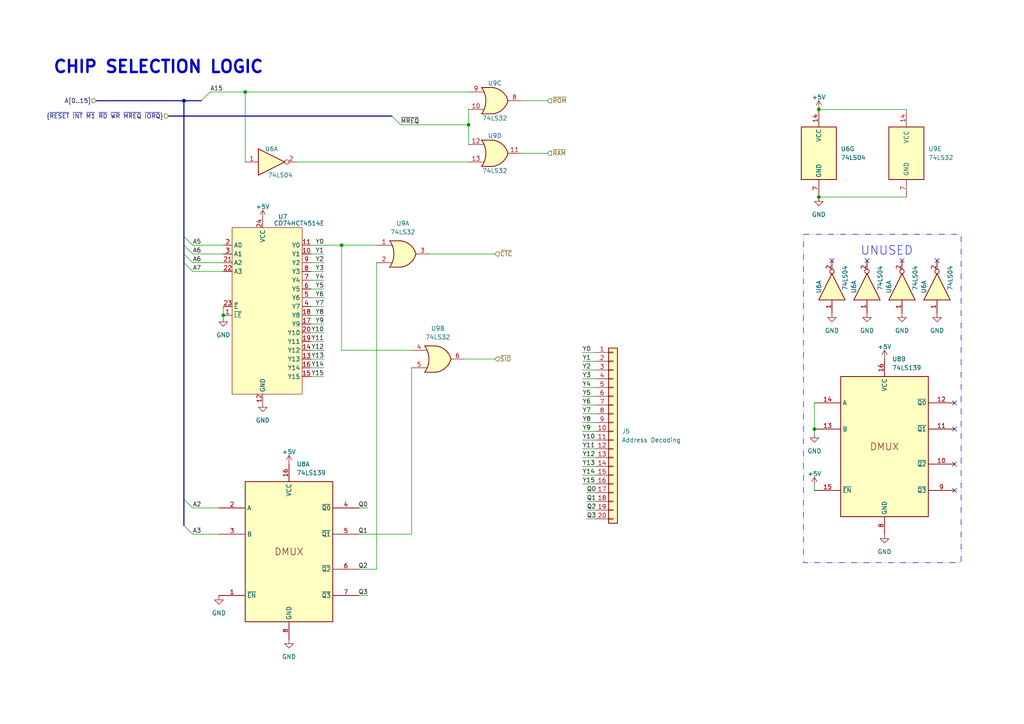
<source format=kicad_sch>
(kicad_sch (version 20230121) (generator eeschema)
  (paper "A4")
  (title_block (title "JML-8 Mini Schematic") (date "2023-10-02") (rev "A") (company "https://github.com/jac-oblong/JML") (comment 1 "Design of Z80 based microcomputer") (comment 3 "Released under MIT License") (comment 4 "Created by: Jacob Long (https://github.com/jac-oblong)"))
  (lib_symbols
    (symbol "74xx:74LS04"
      (property "Reference" "U" (at 0 1.27 0))
      (property "Value" "74LS04" (at 0 -1.27 0))
      (symbol "74LS04_1_0"
        (polyline (pts (xy -3.81 3.81) (xy -3.81 -3.81) (xy 3.81 0) (xy -3.81 3.81)) (stroke (width 0.254)) (fill (type background)))
        (pin input line (at -7.62 0 0) (length 3.81) (name "~") (number "1"))
        (pin output inverted (at 7.62 0 180) (length 3.81) (name "~") (number "2"))
      )
      (symbol "74LS04_2_0"
        (polyline (pts (xy -3.81 3.81) (xy -3.81 -3.81) (xy 3.81 0) (xy -3.81 3.81)) (stroke (width 0.254)) (fill (type background)))
        (pin input line (at -7.62 0 0) (length 3.81) (name "~") (number "3"))
        (pin output inverted (at 7.62 0 180) (length 3.81) (name "~") (number "4"))
      )
      (symbol "74LS04_3_0"
        (polyline (pts (xy -3.81 3.81) (xy -3.81 -3.81) (xy 3.81 0) (xy -3.81 3.81)) (stroke (width 0.254)) (fill (type background)))
        (pin input line (at -7.62 0 0) (length 3.81) (name "~") (number "5"))
        (pin output inverted (at 7.62 0 180) (length 3.81) (name "~") (number "6"))
      )
      (symbol "74LS04_4_0"
        (polyline (pts (xy -3.81 3.81) (xy -3.81 -3.81) (xy 3.81 0) (xy -3.81 3.81)) (stroke (width 0.254)) (fill (type background)))
        (pin output inverted (at 7.62 0 180) (length 3.81) (name "~") (number "8"))
        (pin input line (at -7.62 0 0) (length 3.81) (name "~") (number "9"))
      )
      (symbol "74LS04_5_0"
        (polyline (pts (xy -3.81 3.81) (xy -3.81 -3.81) (xy 3.81 0) (xy -3.81 3.81)) (stroke (width 0.254)) (fill (type background)))
        (pin output inverted (at 7.62 0 180) (length 3.81) (name "~") (number "10"))
        (pin input line (at -7.62 0 0) (length 3.81) (name "~") (number "11"))
      )
      (symbol "74LS04_6_0"
        (polyline (pts (xy -3.81 3.81) (xy -3.81 -3.81) (xy 3.81 0) (xy -3.81 3.81)) (stroke (width 0.254)) (fill (type background)))
        (pin output inverted (at 7.62 0 180) (length 3.81) (name "~") (number "12"))
        (pin input line (at -7.62 0 0) (length 3.81) (name "~") (number "13"))
      )
      (symbol "74LS04_7_0"
        (pin power_in line (at 0 12.7 270) (length 5.08) (name "VCC") (number "14"))
        (pin power_in line (at 0 -12.7 90) (length 5.08) (name "GND") (number "7"))
      )
      (symbol "74LS04_7_1"
        (rectangle (start -5.08 7.62) (end 5.08 -7.62) (stroke (width 0.254)) (fill (type background)))
      )
    )
    (symbol "74xx:74LS32" (pin_names (offset 1.016))
      (property "Reference" "U" (at 0 1.27 0))
      (property "Value" "74LS32" (at 0 -1.27 0))
      (symbol "74LS32_1_1"
        (arc (start -3.81 -3.81) (mid -2.589 0) (end -3.81 3.81) (stroke (width 0.254)))
        (arc (start -0.6096 -3.81) (mid 2.1842 -2.5851) (end 3.81 0) (stroke (width 0.254)) (fill (type background)))
        (polyline (pts (xy -3.81 -3.81) (xy -0.635 -3.81)) (stroke (width 0.254)) (fill (type background)))
        (polyline (pts (xy -3.81 3.81) (xy -0.635 3.81)) (stroke (width 0.254)) (fill (type background)))
        (polyline (pts (xy -0.635 3.81) (xy -3.81 3.81) (xy -3.81 3.81) (xy -3.556 3.4036) (xy -3.0226 2.2606) (xy -2.6924 1.0414) (xy -2.6162 -0.254) (xy -2.7686 -1.4986) (xy -3.175 -2.7178) (xy -3.81 -3.81) (xy -3.81 -3.81) (xy -0.635 -3.81)) (stroke (width -25.4)) (fill (type background)))
        (arc (start 3.81 0) (mid 2.1915 2.5936) (end -0.6096 3.81) (stroke (width 0.254)) (fill (type background)))
        (pin input line (at -7.62 2.54 0) (length 4.318) (name "~") (number "1"))
        (pin input line (at -7.62 -2.54 0) (length 4.318) (name "~") (number "2"))
        (pin output line (at 7.62 0 180) (length 3.81) (name "~") (number "3"))
      )
      (symbol "74LS32_1_2"
        (arc (start 0 -3.81) (mid 3.7934 0) (end 0 3.81) (stroke (width 0.254)) (fill (type background)))
        (polyline (pts (xy 0 3.81) (xy -3.81 3.81) (xy -3.81 -3.81) (xy 0 -3.81)) (stroke (width 0.254)) (fill (type background)))
        (pin input inverted (at -7.62 2.54 0) (length 3.81) (name "~") (number "1"))
        (pin input inverted (at -7.62 -2.54 0) (length 3.81) (name "~") (number "2"))
        (pin output inverted (at 7.62 0 180) (length 3.81) (name "~") (number "3"))
      )
      (symbol "74LS32_2_1"
        (arc (start -3.81 -3.81) (mid -2.589 0) (end -3.81 3.81) (stroke (width 0.254)))
        (arc (start -0.6096 -3.81) (mid 2.1842 -2.5851) (end 3.81 0) (stroke (width 0.254)) (fill (type background)))
        (polyline (pts (xy -3.81 -3.81) (xy -0.635 -3.81)) (stroke (width 0.254)) (fill (type background)))
        (polyline (pts (xy -3.81 3.81) (xy -0.635 3.81)) (stroke (width 0.254)) (fill (type background)))
        (polyline (pts (xy -0.635 3.81) (xy -3.81 3.81) (xy -3.81 3.81) (xy -3.556 3.4036) (xy -3.0226 2.2606) (xy -2.6924 1.0414) (xy -2.6162 -0.254) (xy -2.7686 -1.4986) (xy -3.175 -2.7178) (xy -3.81 -3.81) (xy -3.81 -3.81) (xy -0.635 -3.81)) (stroke (width -25.4)) (fill (type background)))
        (arc (start 3.81 0) (mid 2.1915 2.5936) (end -0.6096 3.81) (stroke (width 0.254)) (fill (type background)))
        (pin input line (at -7.62 2.54 0) (length 4.318) (name "~") (number "4"))
        (pin input line (at -7.62 -2.54 0) (length 4.318) (name "~") (number "5"))
        (pin output line (at 7.62 0 180) (length 3.81) (name "~") (number "6"))
      )
      (symbol "74LS32_2_2"
        (arc (start 0 -3.81) (mid 3.7934 0) (end 0 3.81) (stroke (width 0.254)) (fill (type background)))
        (polyline (pts (xy 0 3.81) (xy -3.81 3.81) (xy -3.81 -3.81) (xy 0 -3.81)) (stroke (width 0.254)) (fill (type background)))
        (pin input inverted (at -7.62 2.54 0) (length 3.81) (name "~") (number "4"))
        (pin input inverted (at -7.62 -2.54 0) (length 3.81) (name "~") (number "5"))
        (pin output inverted (at 7.62 0 180) (length 3.81) (name "~") (number "6"))
      )
      (symbol "74LS32_3_1"
        (arc (start -3.81 -3.81) (mid -2.589 0) (end -3.81 3.81) (stroke (width 0.254)))
        (arc (start -0.6096 -3.81) (mid 2.1842 -2.5851) (end 3.81 0) (stroke (width 0.254)) (fill (type background)))
        (polyline (pts (xy -3.81 -3.81) (xy -0.635 -3.81)) (stroke (width 0.254)) (fill (type background)))
        (polyline (pts (xy -3.81 3.81) (xy -0.635 3.81)) (stroke (width 0.254)) (fill (type background)))
        (polyline (pts (xy -0.635 3.81) (xy -3.81 3.81) (xy -3.81 3.81) (xy -3.556 3.4036) (xy -3.0226 2.2606) (xy -2.6924 1.0414) (xy -2.6162 -0.254) (xy -2.7686 -1.4986) (xy -3.175 -2.7178) (xy -3.81 -3.81) (xy -3.81 -3.81) (xy -0.635 -3.81)) (stroke (width -25.4)) (fill (type background)))
        (arc (start 3.81 0) (mid 2.1915 2.5936) (end -0.6096 3.81) (stroke (width 0.254)) (fill (type background)))
        (pin input line (at -7.62 -2.54 0) (length 4.318) (name "~") (number "10"))
        (pin output line (at 7.62 0 180) (length 3.81) (name "~") (number "8"))
        (pin input line (at -7.62 2.54 0) (length 4.318) (name "~") (number "9"))
      )
      (symbol "74LS32_3_2"
        (arc (start 0 -3.81) (mid 3.7934 0) (end 0 3.81) (stroke (width 0.254)) (fill (type background)))
        (polyline (pts (xy 0 3.81) (xy -3.81 3.81) (xy -3.81 -3.81) (xy 0 -3.81)) (stroke (width 0.254)) (fill (type background)))
        (pin input inverted (at -7.62 -2.54 0) (length 3.81) (name "~") (number "10"))
        (pin output inverted (at 7.62 0 180) (length 3.81) (name "~") (number "8"))
        (pin input inverted (at -7.62 2.54 0) (length 3.81) (name "~") (number "9"))
      )
      (symbol "74LS32_4_1"
        (arc (start -3.81 -3.81) (mid -2.589 0) (end -3.81 3.81) (stroke (width 0.254)))
        (arc (start -0.6096 -3.81) (mid 2.1842 -2.5851) (end 3.81 0) (stroke (width 0.254)) (fill (type background)))
        (polyline (pts (xy -3.81 -3.81) (xy -0.635 -3.81)) (stroke (width 0.254)) (fill (type background)))
        (polyline (pts (xy -3.81 3.81) (xy -0.635 3.81)) (stroke (width 0.254)) (fill (type background)))
        (polyline (pts (xy -0.635 3.81) (xy -3.81 3.81) (xy -3.81 3.81) (xy -3.556 3.4036) (xy -3.0226 2.2606) (xy -2.6924 1.0414) (xy -2.6162 -0.254) (xy -2.7686 -1.4986) (xy -3.175 -2.7178) (xy -3.81 -3.81) (xy -3.81 -3.81) (xy -0.635 -3.81)) (stroke (width -25.4)) (fill (type background)))
        (arc (start 3.81 0) (mid 2.1915 2.5936) (end -0.6096 3.81) (stroke (width 0.254)) (fill (type background)))
        (pin output line (at 7.62 0 180) (length 3.81) (name "~") (number "11"))
        (pin input line (at -7.62 2.54 0) (length 4.318) (name "~") (number "12"))
        (pin input line (at -7.62 -2.54 0) (length 4.318) (name "~") (number "13"))
      )
      (symbol "74LS32_4_2"
        (arc (start 0 -3.81) (mid 3.7934 0) (end 0 3.81) (stroke (width 0.254)) (fill (type background)))
        (polyline (pts (xy 0 3.81) (xy -3.81 3.81) (xy -3.81 -3.81) (xy 0 -3.81)) (stroke (width 0.254)) (fill (type background)))
        (pin output inverted (at 7.62 0 180) (length 3.81) (name "~") (number "11"))
        (pin input inverted (at -7.62 2.54 0) (length 3.81) (name "~") (number "12"))
        (pin input inverted (at -7.62 -2.54 0) (length 3.81) (name "~") (number "13"))
      )
      (symbol "74LS32_5_0"
        (pin power_in line (at 0 12.7 270) (length 5.08) (name "VCC") (number "14"))
        (pin power_in line (at 0 -12.7 90) (length 5.08) (name "GND") (number "7"))
      )
      (symbol "74LS32_5_1"
        (rectangle (start -5.08 7.62) (end 5.08 -7.62) (stroke (width 0.254)) (fill (type background)))
      )
    )
    (symbol "74xx_IEEE:74LS139"
      (property "Reference" "U" (at 12.7 22.86 0))
      (property "Value" "74LS139" (at 15.24 -22.86 0))
      (symbol "74LS139_0_0"
        (rectangle (start -12.7 20.32) (end 12.7 -20.32) (stroke (width 0.254)) (fill (type background)))
        (text "DMUX" (at 0 0 0) (effects (font (size 2.032 2.032))))
        (pin power_in line (at 0 25.4 270) (length 5.08) (name "VCC") (number "16"))
        (pin power_in line (at 0 -25.4 90) (length 5.08) (name "GND") (number "8"))
      )
      (symbol "74LS139_1_1"
        (pin input line (at -20.32 -12.7 0) (length 7.62) (name "~{EN}") (number "1"))
        (pin input line (at -20.32 12.7 0) (length 7.62) (name "A") (number "2"))
        (pin input line (at -20.32 5.08 0) (length 7.62) (name "B") (number "3"))
        (pin output line (at 20.32 12.7 180) (length 7.62) (name "~{Q0}") (number "4"))
        (pin output line (at 20.32 5.08 180) (length 7.62) (name "~{Q1}") (number "5"))
        (pin output line (at 20.32 -5.08 180) (length 7.62) (name "~{Q2}") (number "6"))
        (pin output line (at 20.32 -12.7 180) (length 7.62) (name "~{Q3}") (number "7"))
      )
      (symbol "74LS139_2_1"
        (pin output line (at 20.32 -5.08 180) (length 7.62) (name "~{Q2}") (number "10"))
        (pin output line (at 20.32 5.08 180) (length 7.62) (name "~{Q1}") (number "11"))
        (pin output line (at 20.32 12.7 180) (length 7.62) (name "~{Q0}") (number "12"))
        (pin input line (at -20.32 5.08 0) (length 7.62) (name "B") (number "13"))
        (pin input line (at -20.32 12.7 0) (length 7.62) (name "A") (number "14"))
        (pin input line (at -20.32 -12.7 0) (length 7.62) (name "~{EN}") (number "15"))
        (pin output line (at 20.32 -12.7 180) (length 7.62) (name "~{Q3}") (number "9"))
      )
    )
    (symbol "Connector_Generic:Conn_01x20" (pin_names (offset 1.016) hide)
      (property "Reference" "J" (at 0 25.4 0))
      (property "Value" "Conn_01x20" (at 0 -27.94 0))
      (symbol "Conn_01x20_1_1"
        (rectangle (start -1.27 -25.273) (end 0 -25.527) (stroke (width 0.1524)))
        (rectangle (start -1.27 -22.733) (end 0 -22.987) (stroke (width 0.1524)))
        (rectangle (start -1.27 -20.193) (end 0 -20.447) (stroke (width 0.1524)))
        (rectangle (start -1.27 -17.653) (end 0 -17.907) (stroke (width 0.1524)))
        (rectangle (start -1.27 -15.113) (end 0 -15.367) (stroke (width 0.1524)))
        (rectangle (start -1.27 -12.573) (end 0 -12.827) (stroke (width 0.1524)))
        (rectangle (start -1.27 -10.033) (end 0 -10.287) (stroke (width 0.1524)))
        (rectangle (start -1.27 -7.493) (end 0 -7.747) (stroke (width 0.1524)))
        (rectangle (start -1.27 -4.953) (end 0 -5.207) (stroke (width 0.1524)))
        (rectangle (start -1.27 -2.413) (end 0 -2.667) (stroke (width 0.1524)))
        (rectangle (start -1.27 0.127) (end 0 -0.127) (stroke (width 0.1524)))
        (rectangle (start -1.27 2.667) (end 0 2.413) (stroke (width 0.1524)))
        (rectangle (start -1.27 5.207) (end 0 4.953) (stroke (width 0.1524)))
        (rectangle (start -1.27 7.747) (end 0 7.493) (stroke (width 0.1524)))
        (rectangle (start -1.27 10.287) (end 0 10.033) (stroke (width 0.1524)))
        (rectangle (start -1.27 12.827) (end 0 12.573) (stroke (width 0.1524)))
        (rectangle (start -1.27 15.367) (end 0 15.113) (stroke (width 0.1524)))
        (rectangle (start -1.27 17.907) (end 0 17.653) (stroke (width 0.1524)))
        (rectangle (start -1.27 20.447) (end 0 20.193) (stroke (width 0.1524)))
        (rectangle (start -1.27 22.987) (end 0 22.733) (stroke (width 0.1524)))
        (rectangle (start -1.27 24.13) (end 1.27 -26.67) (stroke (width 0.254)) (fill (type background)))
        (pin passive line (at -5.08 22.86 0) (length 3.81) (name "Pin_1") (number "1"))
        (pin passive line (at -5.08 0 0) (length 3.81) (name "Pin_10") (number "10"))
        (pin passive line (at -5.08 -2.54 0) (length 3.81) (name "Pin_11") (number "11"))
        (pin passive line (at -5.08 -5.08 0) (length 3.81) (name "Pin_12") (number "12"))
        (pin passive line (at -5.08 -7.62 0) (length 3.81) (name "Pin_13") (number "13"))
        (pin passive line (at -5.08 -10.16 0) (length 3.81) (name "Pin_14") (number "14"))
        (pin passive line (at -5.08 -12.7 0) (length 3.81) (name "Pin_15") (number "15"))
        (pin passive line (at -5.08 -15.24 0) (length 3.81) (name "Pin_16") (number "16"))
        (pin passive line (at -5.08 -17.78 0) (length 3.81) (name "Pin_17") (number "17"))
        (pin passive line (at -5.08 -20.32 0) (length 3.81) (name "Pin_18") (number "18"))
        (pin passive line (at -5.08 -22.86 0) (length 3.81) (name "Pin_19") (number "19"))
        (pin passive line (at -5.08 20.32 0) (length 3.81) (name "Pin_2") (number "2"))
        (pin passive line (at -5.08 -25.4 0) (length 3.81) (name "Pin_20") (number "20"))
        (pin passive line (at -5.08 17.78 0) (length 3.81) (name "Pin_3") (number "3"))
        (pin passive line (at -5.08 15.24 0) (length 3.81) (name "Pin_4") (number "4"))
        (pin passive line (at -5.08 12.7 0) (length 3.81) (name "Pin_5") (number "5"))
        (pin passive line (at -5.08 10.16 0) (length 3.81) (name "Pin_6") (number "6"))
        (pin passive line (at -5.08 7.62 0) (length 3.81) (name "Pin_7") (number "7"))
        (pin passive line (at -5.08 5.08 0) (length 3.81) (name "Pin_8") (number "8"))
        (pin passive line (at -5.08 2.54 0) (length 3.81) (name "Pin_9") (number "9"))
      )
    )
    (symbol "jml-8-mini-library:CD74HCT4514E"
      (property "Reference" "U" (at -8.89 25.4 0))
      (property "Value" "CD74HCT4514E" (at 8.89 -25.4 0))
      (symbol "CD74HCT4514E_0_0"
        (pin input line (at -12.7 -1.27 0) (length 2.54) (name "~{LE}") (number "1"))
        (pin output line (at 12.7 16.51 180) (length 2.54) (name "Y1") (number "10"))
        (pin output line (at 12.7 19.05 180) (length 2.54) (name "Y0") (number "11"))
        (pin power_in line (at -1.27 -26.67 90) (length 2.54) (name "GND") (number "12"))
        (pin output line (at 12.7 -13.97 180) (length 2.54) (name "Y13") (number "13"))
        (pin output line (at 12.7 -11.43 180) (length 2.54) (name "Y12") (number "14"))
        (pin output line (at 12.7 -19.05 180) (length 2.54) (name "Y15") (number "15"))
        (pin output line (at 12.7 -16.51 180) (length 2.54) (name "Y14") (number "16"))
        (pin output line (at 12.7 -3.81 180) (length 2.54) (name "Y9") (number "17"))
        (pin output line (at 12.7 -1.27 180) (length 2.54) (name "Y8") (number "18"))
        (pin output line (at 12.7 -8.89 180) (length 2.54) (name "Y11") (number "19"))
        (pin input line (at -12.7 19.05 0) (length 2.54) (name "A0") (number "2"))
        (pin output line (at 12.7 -6.35 180) (length 2.54) (name "Y10") (number "20"))
        (pin input line (at -12.7 13.97 0) (length 2.54) (name "A2") (number "21"))
        (pin input line (at -12.7 11.43 0) (length 2.54) (name "A3") (number "22"))
        (pin input line (at -12.7 1.27 0) (length 2.54) (name "~{E}") (number "23"))
        (pin input line (at -1.27 26.67 270) (length 2.54) (name "VCC") (number "24"))
        (pin input line (at -12.7 16.51 0) (length 2.54) (name "A1") (number "3"))
        (pin output line (at 12.7 1.27 180) (length 2.54) (name "Y7") (number "4"))
        (pin output line (at 12.7 3.81 180) (length 2.54) (name "Y6") (number "5"))
        (pin output line (at 12.7 6.35 180) (length 2.54) (name "Y5") (number "6"))
        (pin output line (at 12.7 8.89 180) (length 2.54) (name "Y4") (number "7"))
        (pin output line (at 12.7 11.43 180) (length 2.54) (name "Y3") (number "8"))
      )
      (symbol "CD74HCT4514E_1_0"
        (pin output line (at 12.7 13.97 180) (length 2.54) (name "Y2") (number "9"))
      )
      (symbol "CD74HCT4514E_1_1"
        (rectangle (start -10.16 24.13) (end 10.16 -24.13) (fill (type background)))
      )
    )
    (symbol "power:+5V" (power) (pin_names (offset 0))
      (property "Value" "+5V" (at 0 3.556 0))
      (symbol "+5V_0_1"
        (polyline (pts (xy -0.762 1.27) (xy 0 2.54)))
        (polyline (pts (xy 0 0) (xy 0 2.54)))
        (polyline (pts (xy 0 2.54) (xy 0.762 1.27)))
      )
      (symbol "+5V_1_1"
        (pin power_in line (at 0 0 90) (length 0) hide (name "+5V") (number "1"))
      )
    )
    (symbol "power:GND" (power) (pin_names (offset 0))
      (property "Value" "GND" (at 0 -3.81 0))
      (symbol "GND_0_1"
        (polyline (pts (xy 0 0) (xy 0 -1.27) (xy 1.27 -1.27) (xy 0 -2.54) (xy -1.27 -1.27) (xy 0 -1.27)))
      )
      (symbol "GND_1_1"
        (pin power_in line (at 0 0 270) (length 0) hide (name "GND") (number "1"))
      )
    )
  )
  (junction (at 237.49 57.15))
  (junction (at 64.77 91.44))
  (junction (at 237.49 31.75))
  (junction (at 236.22 124.46))
  (junction (at 71.12 26.67))
  (junction (at 53.34 29.21))
  (junction (at 99.06 71.12))
  (junction (at 135.89 36.195))
  (no_connect (at 276.86 116.84))
  (no_connect (at 271.78 75.565))
  (no_connect (at 251.46 75.565))
  (no_connect (at 276.86 124.46))
  (no_connect (at 276.86 142.24))
  (no_connect (at 241.3 75.565))
  (no_connect (at 261.62 75.565))
  (no_connect (at 276.86 134.62))
  (bus_entry (at 53.34 152.4) (size 2.54 2.54))
  (bus_entry (at 58.42 29.21) (size 2.54 -2.54))
  (bus_entry (at 53.34 144.78) (size 2.54 2.54))
  (bus_entry (at 53.34 68.58) (size 2.54 2.54))
  (bus_entry (at 53.34 76.2) (size 2.54 2.54))
  (bus_entry (at 53.34 73.66) (size 2.54 2.54))
  (bus_entry (at 53.34 71.12) (size 2.54 2.54))
  (bus_entry (at 113.665 33.655) (size 2.54 2.54))
  (wire (pts (xy 55.88 76.2) (xy 64.77 76.2)))
  (wire (pts (xy 135.89 36.195) (xy 135.89 41.91)))
  (wire (pts (xy 236.22 124.46) (xy 236.22 125.73)))
  (wire (pts (xy 172.72 107.315) (xy 168.91 107.315)))
  (wire (pts (xy 90.17 106.68) (xy 93.98 106.68)))
  (bus (pts (xy 53.34 73.66) (xy 53.34 76.2)))
  (wire (pts (xy 90.17 83.82) (xy 93.98 83.82)))
  (wire (pts (xy 168.91 102.235) (xy 172.72 102.235)))
  (wire (pts (xy 237.49 31.75) (xy 262.89 31.75)))
  (wire (pts (xy 64.77 91.44) (xy 64.77 92.075)))
  (wire (pts (xy 172.72 117.475) (xy 168.91 117.475)))
  (wire (pts (xy 64.77 88.9) (xy 64.77 91.44)))
  (bus (pts (xy 53.34 76.2) (xy 53.34 144.78)))
  (wire (pts (xy 151.13 29.21) (xy 158.75 29.21)))
  (wire (pts (xy 71.12 26.67) (xy 135.89 26.67)))
  (wire (pts (xy 172.72 114.935) (xy 168.91 114.935)))
  (wire (pts (xy 55.88 78.74) (xy 64.77 78.74)))
  (wire (pts (xy 172.72 137.795) (xy 168.91 137.795)))
  (wire (pts (xy 237.49 57.15) (xy 262.89 57.15)))
  (wire (pts (xy 71.12 26.67) (xy 71.12 46.99)))
  (wire (pts (xy 151.13 44.45) (xy 158.75 44.45)))
  (wire (pts (xy 99.06 101.6) (xy 99.06 71.12)))
  (wire (pts (xy 104.14 154.94) (xy 119.38 154.94)))
  (wire (pts (xy 60.96 26.67) (xy 71.12 26.67)))
  (wire (pts (xy 172.72 130.175) (xy 168.91 130.175)))
  (wire (pts (xy 236.22 140.97) (xy 236.22 142.24)))
  (wire (pts (xy 172.72 132.715) (xy 168.91 132.715)))
  (wire (pts (xy 172.72 140.335) (xy 168.91 140.335)))
  (bus (pts (xy 27.94 29.21) (xy 53.34 29.21)))
  (wire (pts (xy 172.72 150.495) (xy 170.18 150.495)))
  (wire (pts (xy 90.17 76.2) (xy 93.98 76.2)))
  (wire (pts (xy 172.72 109.855) (xy 168.91 109.855)))
  (bus (pts (xy 53.34 29.21) (xy 58.42 29.21)))
  (wire (pts (xy 134.62 104.14) (xy 143.51 104.14)))
  (wire (pts (xy 172.72 112.395) (xy 168.91 112.395)))
  (wire (pts (xy 124.46 73.66) (xy 143.51 73.66)))
  (wire (pts (xy 55.88 154.94) (xy 63.5 154.94)))
  (bus (pts (xy 53.34 29.21) (xy 53.34 68.58)))
  (bus (pts (xy 53.34 68.58) (xy 53.34 71.12)))
  (wire (pts (xy 90.17 99.06) (xy 93.98 99.06)))
  (wire (pts (xy 90.17 88.9) (xy 93.98 88.9)))
  (wire (pts (xy 90.17 78.74) (xy 93.98 78.74)))
  (wire (pts (xy 90.17 96.52) (xy 93.98 96.52)))
  (wire (pts (xy 90.17 109.22) (xy 93.98 109.22)))
  (wire (pts (xy 172.72 135.255) (xy 168.91 135.255)))
  (wire (pts (xy 116.205 36.195) (xy 135.89 36.195)))
  (wire (pts (xy 170.18 145.415) (xy 172.72 145.415)))
  (bus (pts (xy 53.34 144.78) (xy 53.34 152.4)))
  (wire (pts (xy 99.06 71.12) (xy 109.22 71.12)))
  (wire (pts (xy 90.17 71.12) (xy 99.06 71.12)))
  (wire (pts (xy 90.17 93.98) (xy 93.98 93.98)))
  (wire (pts (xy 90.17 104.14) (xy 93.98 104.14)))
  (wire (pts (xy 236.22 116.84) (xy 236.22 124.46)))
  (wire (pts (xy 104.14 172.72) (xy 106.68 172.72)))
  (wire (pts (xy 172.72 120.015) (xy 168.91 120.015)))
  (wire (pts (xy 90.17 86.36) (xy 93.98 86.36)))
  (wire (pts (xy 90.17 101.6) (xy 93.98 101.6)))
  (wire (pts (xy 90.17 73.66) (xy 93.98 73.66)))
  (wire (pts (xy 172.72 125.095) (xy 168.91 125.095)))
  (wire (pts (xy 55.88 71.12) (xy 64.77 71.12)))
  (wire (pts (xy 86.36 46.99) (xy 135.89 46.99)))
  (wire (pts (xy 135.89 31.75) (xy 135.89 36.195)))
  (wire (pts (xy 119.38 101.6) (xy 99.06 101.6)))
  (wire (pts (xy 170.18 147.955) (xy 172.72 147.955)))
  (wire (pts (xy 119.38 154.94) (xy 119.38 106.68)))
  (wire (pts (xy 55.88 147.32) (xy 63.5 147.32)))
  (bus (pts (xy 48.895 33.655) (xy 113.665 33.655)))
  (wire (pts (xy 55.88 73.66) (xy 64.77 73.66)))
  (wire (pts (xy 104.14 165.1) (xy 109.22 165.1)))
  (wire (pts (xy 172.72 127.635) (xy 168.91 127.635)))
  (bus (pts (xy 53.34 71.12) (xy 53.34 73.66)))
  (wire (pts (xy 172.72 104.775) (xy 168.91 104.775)))
  (wire (pts (xy 109.22 76.2) (xy 109.22 165.1)))
  (wire (pts (xy 90.17 81.28) (xy 93.98 81.28)))
  (wire (pts (xy 90.17 91.44) (xy 93.98 91.44)))
  (wire (pts (xy 172.72 142.875) (xy 170.18 142.875)))
  (wire (pts (xy 172.72 122.555) (xy 168.91 122.555)))
  (wire (pts (xy 104.14 147.32) (xy 106.68 147.32)))
  (rectangle (start 233.045 67.945) (end 278.765 163.195) (stroke (width 0) (type dash_dot_dot)))
  (text "UNUSED" (at 249.555 74.295 0) (effects (font (size 2.52 2.52)) (justify left bottom)))
  (text "CHIP SELECTION LOGIC" (at 15.24 21.59 0) (effects (font (size 3.5 3.5) bold) (justify left bottom)))
  (label "Q1" (at 106.68 154.94 180))
  (label "Y6" (at 168.91 117.475 0))
  (label "Y2" (at 168.91 107.315 0))
  (label "Y2" (at 93.98 76.2 180))
  (label "Q3" (at 170.18 150.495 0))
  (label "Y13" (at 168.91 135.255 0))
  (label "A3" (at 55.88 154.94 0))
  (label "Y6" (at 93.98 86.36 180))
  (label "Y0" (at 93.98 71.12 180))
  (label "Y0" (at 168.91 102.235 0))
  (label "Q0" (at 170.18 142.875 0))
  (label "Q3" (at 106.68 172.72 180))
  (label "Y15" (at 168.91 140.335 0))
  (label "~{MREQ}" (at 116.205 36.195 0))
  (label "A5" (at 55.88 71.12 0))
  (label "Y15" (at 93.98 109.22 180))
  (label "Y3" (at 168.91 109.855 0))
  (label "Y14" (at 168.91 137.795 0))
  (label "Q2" (at 106.68 165.1 180))
  (label "Y4" (at 93.98 81.28 180))
  (label "A6" (at 55.88 76.2 0))
  (label "Y12" (at 168.91 132.715 0))
  (label "Y7" (at 168.91 120.015 0))
  (label "Y11" (at 93.98 99.06 180))
  (label "Y4" (at 168.91 112.395 0))
  (label "A6" (at 55.88 73.66 0))
  (label "A7" (at 55.88 78.74 0))
  (label "Y1" (at 93.98 73.66 180))
  (label "Q1" (at 170.18 145.415 0))
  (label "Y1" (at 168.91 104.775 0))
  (label "Y8" (at 93.98 91.44 180))
  (label "Y9" (at 93.98 93.98 180))
  (label "A15" (at 60.96 26.67 0))
  (label "Y9" (at 168.91 125.095 0))
  (label "Y5" (at 168.91 114.935 0))
  (label "Y10" (at 168.91 127.635 0))
  (label "Y3" (at 93.98 78.74 180))
  (label "Y7" (at 93.98 88.9 180))
  (label "Y11" (at 168.91 130.175 0))
  (label "Y13" (at 93.98 104.14 180))
  (label "Q2" (at 170.18 147.955 0))
  (label "Y14" (at 93.98 106.68 180))
  (label "Q0" (at 106.68 147.32 180))
  (label "Y10" (at 93.98 96.52 180))
  (label "Y5" (at 93.98 83.82 180))
  (label "Y12" (at 93.98 101.6 180))
  (label "Y8" (at 168.91 122.555 0))
  (label "A2" (at 55.88 147.32 0))
  (hierarchical_label "~{RAM}" (shape input) (at 158.75 44.45 0))
  (hierarchical_label "{~{RESET} ~{INT} ~{M1} ~{RD} ~{WR} ~{MREQ} ~{IORQ}}" (shape input) (at 48.895 33.655 180))
  (hierarchical_label "~{ROM}" (shape input) (at 158.75 29.21 0))
  (hierarchical_label "A[0..15]" (shape input) (at 27.94 29.21 180))
  (hierarchical_label "~{SIO}" (shape input) (at 143.51 104.14 0))
  (hierarchical_label "~{CTC}" (shape input) (at 143.51 73.66 0))
  (symbol (lib_id "74xx:74LS04") (at 78.74 46.99 0) (unit 1)
    (property "Reference" "U6" (at 78.74 43.18 0))
    (property "Value" "74LS04" (at 81.28 50.8 0))
    (property "Footprint" "Package_DIP:DIP-14_W7.62mm_Socket_LongPads" (effects hide))
    (property "Datasheet" "http://www.ti.com/lit/gpn/sn74LS04" (effects hide))
  )
  (symbol (lib_id "power:GND") (at 64.77 92.075 0) (unit 1)
    (property "Reference" "#PWR041" (effects hide))
    (property "Value" "GND" (at 64.77 97.155 0))
  )
  (symbol (lib_id "Connector_Generic:Conn_01x20") (at 177.8 125.095 0) (unit 1)
    (property "Reference" "J5" (at 180.34 125.095 0) (effects (justify left)))
    (property "Value" "Address Decoding" (at 180.34 127.635 0) (effects (justify left)))
    (property "Footprint" "Connector_PinHeader_2.54mm:PinHeader_1x20_P2.54mm_Vertical" (effects hide))
  )
  (symbol (lib_id "power:GND") (at 236.22 125.73 0) (unit 1)
    (property "Reference" "#PWR045" (effects hide))
    (property "Value" "GND" (at 236.22 130.81 0))
  )
  (symbol (lib_id "power:+5V") (at 237.49 31.75 0) (unit 1)
    (property "Reference" "#PWR015" (effects hide))
    (property "Value" "+5V" (at 237.49 28.194 0))
    (instances (project "jml-8-mini" (path "" (reference "#PWR015") (unit 1)) (path "" (reference "#PWR014") (unit 1))))
  )
  (symbol (lib_id "74xx:74LS32") (at 116.84 73.66 0) (unit 1)
    (property "Reference" "U9" (at 116.84 64.77 0))
    (property "Value" "74LS32" (at 116.84 67.31 0))
    (property "Footprint" "Package_DIP:DIP-14_W7.62mm_Socket_LongPads" (effects hide))
    (property "Datasheet" "http://www.ti.com/lit/gpn/sn74LS32" (effects hide))
  )
  (symbol (lib_id "power:+5V") (at 76.2 63.5 0) (unit 1)
    (property "Reference" "#PWR06" (effects hide))
    (property "Value" "+5V" (at 76.2 59.944 0))
  )
  (symbol (lib_id "74xx:74LS32") (at 127 104.14 0) (unit 2)
    (property "Reference" "U9" (at 127 95.25 0))
    (property "Value" "74LS32" (at 127 97.79 0))
    (property "Footprint" "Package_DIP:DIP-14_W7.62mm_Socket_LongPads" (effects hide))
    (property "Datasheet" "http://www.ti.com/lit/gpn/sn74LS32" (effects hide))
  )
  (symbol (lib_id "74xx_IEEE:74LS139") (at 256.54 129.54 0) (unit 2)
    (property "Reference" "U8" (at 258.7341 104.14 0) (effects (justify left)))
    (property "Value" "74LS139" (at 258.7341 106.68 0) (effects (justify left)))
    (property "Footprint" "Package_DIP:DIP-16_W7.62mm_Socket_LongPads" (effects hide))
    (property "Datasheet" "http://www.ti.com/lit/ds/symlink/sn74ls139a.pdf" (effects hide))
  )
  (symbol (lib_id "power:GND") (at 63.5 172.72 0) (unit 1)
    (property "Reference" "#PWR042" (effects hide))
    (property "Value" "GND" (at 63.5 177.8 0))
  )
  (symbol (lib_id "power:GND") (at 271.78 90.805 0) (unit 1)
    (property "Reference" "#PWR047" (effects hide))
    (property "Value" "GND" (at 271.78 95.885 0))
  )
  (symbol (lib_id "power:GND") (at 251.46 90.805 0) (unit 1)
    (property "Reference" "#PWR050" (effects hide))
    (property "Value" "GND" (at 251.46 95.885 0))
  )
  (symbol (lib_id "power:GND") (at 256.54 154.94 0) (unit 1)
    (property "Reference" "#PWR044" (effects hide))
    (property "Value" "GND" (at 256.54 160.02 0))
  )
  (symbol (lib_id "jml-8-mini-library:CD74HCT4514E") (at 77.47 90.17 0) (unit 1)
    (property "Reference" "U7" (at 80.645 62.865 0) (effects (justify left)))
    (property "Value" "CD74HCT4514E" (at 79.375 64.77 0) (effects (justify left)))
    (property "Footprint" "Package_DIP:DIP-24_W15.24mm_Socket_LongPads" (effects hide))
  )
  (symbol (lib_id "power:GND") (at 241.3 90.805 0) (unit 1)
    (property "Reference" "#PWR049" (effects hide))
    (property "Value" "GND" (at 241.3 95.885 0))
  )
  (symbol (lib_id "74xx:74LS04") (at 251.46 83.185 90) (unit 1)
    (property "Reference" "U6" (at 247.65 83.185 0))
    (property "Value" "74LS04" (at 255.27 80.645 0))
    (property "Footprint" "Package_DIP:DIP-14_W7.62mm_Socket_LongPads" (effects hide))
    (property "Datasheet" "http://www.ti.com/lit/gpn/sn74LS04" (effects hide))
    (instances (project "jml-8-mini" (path "" (reference "U6") (unit 1)) (path "" (reference "U6") (unit 5))))
  )
  (symbol (lib_id "power:GND") (at 76.2 116.84 0) (unit 1)
    (property "Reference" "#PWR019" (effects hide))
    (property "Value" "GND" (at 76.2 121.92 0))
  )
  (symbol (lib_id "power:+5V") (at 256.54 104.14 0) (unit 1)
    (property "Reference" "#PWR043" (effects hide))
    (property "Value" "+5V" (at 256.54 100.584 0))
  )
  (symbol (lib_id "74xx:74LS04") (at 271.78 83.185 90) (unit 1)
    (property "Reference" "U6" (at 267.97 83.185 0))
    (property "Value" "74LS04" (at 275.59 80.645 0))
    (property "Footprint" "Package_DIP:DIP-14_W7.62mm_Socket_LongPads" (effects hide))
    (property "Datasheet" "http://www.ti.com/lit/gpn/sn74LS04" (effects hide))
    (instances (project "jml-8-mini" (path "" (reference "U6") (unit 1)) (path "" (reference "U6") (unit 3))))
  )
  (symbol (lib_id "74xx:74LS32") (at 143.51 29.21 0) (unit 3)
    (property "Reference" "U9" (at 143.51 24.13 0))
    (property "Value" "74LS32" (at 143.51 34.29 0))
    (property "Footprint" "Package_DIP:DIP-14_W7.62mm_Socket_LongPads" (effects hide))
    (property "Datasheet" "http://www.ti.com/lit/gpn/sn74LS32" (effects hide))
  )
  (symbol (lib_id "power:GND") (at 261.62 90.805 0) (unit 1)
    (property "Reference" "#PWR048" (effects hide))
    (property "Value" "GND" (at 261.62 95.885 0))
  )
  (symbol (lib_id "74xx:74LS04") (at 261.62 83.185 90) (unit 1)
    (property "Reference" "U6" (at 257.81 83.185 0))
    (property "Value" "74LS04" (at 265.43 80.645 0))
    (property "Footprint" "Package_DIP:DIP-14_W7.62mm_Socket_LongPads" (effects hide))
    (property "Datasheet" "http://www.ti.com/lit/gpn/sn74LS04" (effects hide))
    (instances (project "jml-8-mini" (path "" (reference "U6") (unit 1)) (path "" (reference "U6") (unit 4))))
  )
  (symbol (lib_id "74xx_IEEE:74LS139") (at 83.82 160.02 0) (unit 1)
    (property "Reference" "U8" (at 86.0141 134.62 0) (effects (justify left)))
    (property "Value" "74LS139" (at 86.0141 137.16 0) (effects (justify left)))
    (property "Footprint" "Package_DIP:DIP-16_W7.62mm_Socket_LongPads" (effects hide))
    (property "Datasheet" "http://www.ti.com/lit/ds/symlink/sn74ls139a.pdf" (effects hide))
  )
  (symbol (lib_id "74xx:74LS32") (at 143.51 44.45 0) (unit 4)
    (property "Reference" "U9" (at 143.51 39.37 0))
    (property "Value" "74LS32" (at 143.51 49.53 0))
    (property "Footprint" "Package_DIP:DIP-14_W7.62mm_Socket_LongPads" (effects hide))
    (property "Datasheet" "http://www.ti.com/lit/gpn/sn74LS32" (effects hide))
  )
  (symbol (lib_id "power:GND") (at 237.49 57.15 0) (unit 1)
    (property "Reference" "#PWR016" (effects hide))
    (property "Value" "GND" (at 237.49 62.23 0))
  )
  (symbol (lib_id "power:+5V") (at 83.82 134.62 0) (unit 1)
    (property "Reference" "#PWR013" (effects hide))
    (property "Value" "+5V" (at 83.82 131.064 0))
  )
  (symbol (lib_id "power:+5V") (at 236.22 140.97 0) (unit 1)
    (property "Reference" "#PWR046" (effects hide))
    (property "Value" "+5V" (at 236.22 137.414 0))
  )
  (symbol (lib_id "74xx:74LS04") (at 241.3 83.185 90) (unit 1)
    (property "Reference" "U6" (at 237.49 83.185 0))
    (property "Value" "74LS04" (at 245.11 80.645 0))
    (property "Footprint" "Package_DIP:DIP-14_W7.62mm_Socket_LongPads" (effects hide))
    (property "Datasheet" "http://www.ti.com/lit/gpn/sn74LS04" (effects hide))
    (instances (project "jml-8-mini" (path "" (reference "U6") (unit 1)) (path "" (reference "U6") (unit 6))))
  )
  (symbol (lib_id "74xx:74LS32") (at 262.89 44.45 0) (unit 5)
    (property "Reference" "U9" (at 269.24 43.18 0) (effects (justify left)))
    (property "Value" "74LS32" (at 269.24 45.72 0) (effects (justify left)))
    (property "Footprint" "Package_DIP:DIP-14_W7.62mm_Socket_LongPads" (effects hide))
    (property "Datasheet" "http://www.ti.com/lit/gpn/sn74LS32" (effects hide))
  )
  (symbol (lib_id "power:GND") (at 83.82 185.42 0) (unit 1)
    (property "Reference" "#PWR018" (effects hide))
    (property "Value" "GND" (at 83.82 190.5 0))
  )
  (symbol (lib_id "74xx:74LS04") (at 237.49 44.45 0) (unit 7)
    (property "Reference" "U6" (at 243.84 43.18 0) (effects (justify left)))
    (property "Value" "74LS04" (at 243.84 45.72 0) (effects (justify left)))
    (property "Footprint" "Package_DIP:DIP-14_W7.62mm_Socket_LongPads" (effects hide))
    (property "Datasheet" "http://www.ti.com/lit/gpn/sn74LS04" (effects hide))
  )
)
</source>
